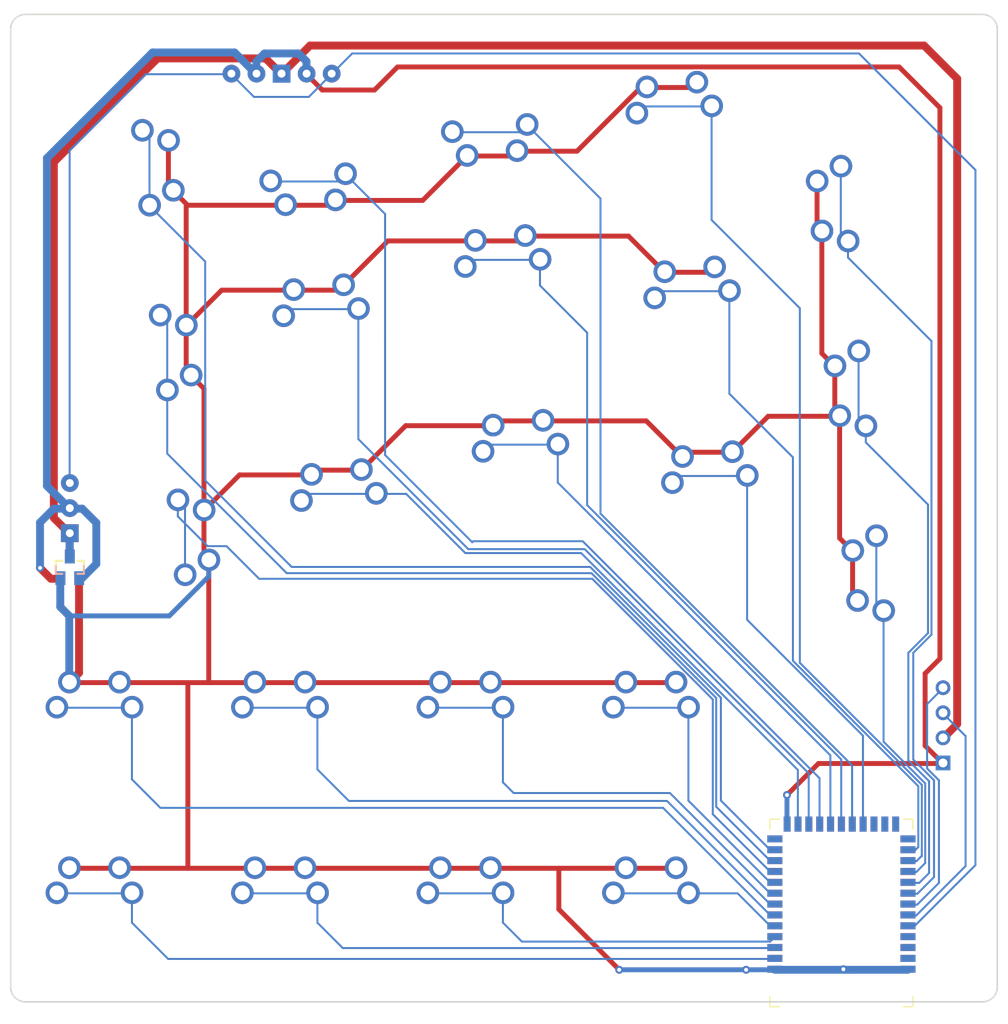
<source format=kicad_pcb>
(kicad_pcb (version 20211014) (generator pcbnew)
  (title_block (title "mitosis-board") (rev "v1.0.0") (company "Unknown"))
  (layers (0 "F.Cu" signal) (31 "B.Cu" signal) (34 "B.Paste" user) (35 "F.Paste" user) (36 "B.SilkS" user "B.Silkscreen") (37 "F.SilkS" user "F.Silkscreen") (38 "B.Mask" user) (39 "F.Mask" user) (44 "Edge.Cuts" user))
  (net 0 "")
  (net 1 "GND")
  (net 2 "t_c1_r1")
  (net 3 "t_c1_r2")
  (net 4 "t_c2_r1")
  (net 5 "t_c2_r2")
  (net 6 "t_c3_r1")
  (net 7 "t_c3_r2")
  (net 8 "t_c4_r1")
  (net 9 "t_c4_r2")
  (net 10 "m_c1_r1")
  (net 11 "m_c1_r2")
  (net 12 "m_c1_r3")
  (net 13 "m_c2_r1")
  (net 14 "m_c2_r2")
  (net 15 "m_c2_r3")
  (net 16 "m_c3_r1")
  (net 17 "m_c3_r2")
  (net 18 "m_c3_r3")
  (net 19 "m_c4_r1")
  (net 20 "m_c4_r2")
  (net 21 "m_c4_r3")
  (net 22 "m_c5_r1")
  (net 23 "m_c5_r2")
  (net 24 "m_c5_r3")
  (net 25 "DMIN")
  (net 26 "DPLUS")
  (net 27 "P005")
  (net 28 "P009")
  (net 29 "P010")
  (net 30 "XTRA")
  (net 31 "P106")
  (net 32 "SWDCLK")
  (net 33 "SWDIO")
  (net 34 "VBUS")
  (net 35 "VCC")
  (net 36 "P110")
  (net 37 "P111")
  (net 38 "P113")
  (net 39 "GND_P")
  (footprint "MountingHole:MountingHole_2.2mm_M2" (layer "F.Cu") (at 97.5 -2.5)
    (fp_text reference "")
    (fp_text value "")
  )
  (footprint "MX" (layer "F.Cu") (at 69.310968 -69.127436 5.5)
    (fp_text reference "S19" hide)
    (fp_text value "" hide)
  )
  (footprint "MX" (layer "F.Cu") (at 64.9 -8.5)
    (fp_text reference "S7" hide)
    (fp_text value "" hide)
  )
  (footprint "MX" (layer "F.Cu") (at 67.509068 -87.840884 5.5)
    (fp_text reference "S20" hide)
    (fp_text value "" hide)
  )
  (footprint "MX" (layer "F.Cu") (at 46.1 -8.5)
    (fp_text reference "S5" hide)
    (fp_text value "" hide)
  )
  (footprint "MX" (layer "F.Cu") (at 87.04679 -81.082377 95.5)
    (fp_text reference "S23" hide)
    (fp_text value "" hide)
  )
  (footprint "MX" (layer "F.Cu") (at 90.65059 -43.65548 95.5)
    (fp_text reference "S21" hide)
    (fp_text value "" hide)
  )
  (footprint "MX" (layer "F.Cu") (at 11.1962 -84.226897 -84.5)
    (fp_text reference "S11" hide)
    (fp_text value "" hide)
  )
  (footprint "MX" (layer "F.Cu") (at 51.920191 -53.589068 5.5)
    (fp_text reference "S15" hide)
    (fp_text value "" hide)
  )
  (footprint "MX" (layer "F.Cu") (at 8.5 -27.3)
    (fp_text reference "S2" hide)
    (fp_text value "" hide)
  )
  (footprint "MX" (layer "F.Cu") (at 33.513448 -48.6019 5.5)
    (fp_text reference "S12" hide)
    (fp_text value "" hide)
  )
  (footprint "MX" (layer "F.Cu") (at 88.84869 -62.368929 95.5)
    (fp_text reference "S22" hide)
    (fp_text value "" hide)
  )
  (footprint "MX" (layer "F.Cu") (at 71.112868 -50.413987 5.5)
    (fp_text reference "S18" hide)
    (fp_text value "" hide)
  )
  (footprint "MX" (layer "F.Cu") (at 27.3 -27.3)
    (fp_text reference "S4" hide)
    (fp_text value "" hide)
  )
  (footprint "MountingHole:MountingHole_2.2mm_M2" (layer "F.Cu") (at 2.5 -38)
    (fp_text reference "")
    (fp_text value "")
  )
  (footprint "SOT23" (layer "F.Cu") (at 6 -44)
    (fp_text reference "")
    (fp_text value "SOT23")
  )
  (footprint "MX" (layer "F.Cu") (at 29.909648 -86.028797 -174.5)
    (fp_text reference "S14" hide)
    (fp_text value "" hide)
  )
  (footprint "MX" (layer "F.Cu") (at 50.118291 -72.302517 5.5)
    (fp_text reference "S16" hide)
    (fp_text value "" hide)
  )
  (footprint "MountingHole:MountingHole_2.2mm_M2" (layer "F.Cu") (at 2.5 -97.5)
    (fp_text reference "")
    (fp_text value "")
  )
  (footprint "MX" (layer "F.Cu") (at 12.9981 -65.513448 -84.5)
    (fp_text reference "S10" hide)
    (fp_text value "" hide)
  )
  (footprint "MountingHole:MountingHole_2.2mm_M2" (layer "F.Cu") (at 97.5 -97.5)
    (fp_text reference "")
    (fp_text value "")
  )
  (footprint "MX" (layer "F.Cu") (at 64.9 -27.3)
    (fp_text reference "S8" hide)
    (fp_text value "" hide)
  )
  (footprint "four_pin_header" (layer "F.Cu") (at 94.5 -28 180)
    (fp_text reference "")
    (fp_text value "")
  )
  (footprint "MX" (layer "F.Cu") (at 8.5 -8.5)
    (fp_text reference "S1" hide)
    (fp_text value "" hide)
  )
  (footprint "MX" (layer "F.Cu") (at 46.1 -27.3)
    (fp_text reference "S6" hide)
    (fp_text value "" hide)
  )
  (footprint "MX" (layer "F.Cu") (at 27.3 -8.5)
    (fp_text reference "S3" hide)
    (fp_text value "" hide)
  )
  (footprint "MX" (layer "F.Cu") (at 14.8 -46.8 -84.5)
    (fp_text reference "S9" hide)
    (fp_text value "" hide)
  )
  (footprint "MX" (layer "F.Cu") (at 31.711548 -67.315349 5.5)
    (fp_text reference "S13" hide)
    (fp_text value "" hide)
  )
  (footprint "MX" (layer "F.Cu") (at 48.31639 -91.015965 -174.5)
    (fp_text reference "S17" hide)
    (fp_text value "" hide)
  )
  (footprint "nRF52840_holyiot_18010" (layer "F.Cu") (at 84.2 -9 180)
    (fp_text reference "")
    (fp_text value "nRF52840_holyiot_18010")
  )
  (footprint "magnetic_connector" (layer "B.Cu") (at 24.92 -94 -90)
    (fp_text reference "")
    (fp_text value "")
  )
  (footprint "nRF52840_holyiot_18010" (layer "B.Cu") (at 84.2 -9)
    (fp_text reference "")
    (fp_text value "nRF52840_holyiot_18010")
  )
  (footprint "magnetic_connector" (layer "B.Cu") (at 30 -94 90)
    (fp_text reference "")
    (fp_text value "")
  )
  (footprint "magnetic_connector" (layer "B.Cu") (at 6 -50 180)
    (fp_text reference "")
    (fp_text value "")
  )
  (footprint "SOT23" (layer "B.Cu") (at 6 -44 180)
    (fp_text reference "")
    (fp_text value "SOT23")
  )
  (gr_line (start 0 -98.5) (end 0 -1.5) (layer "Edge.Cuts") (width 0.15))
  (gr_arc (start 0 -98.5) (mid 0.43934 -99.56066) (end 1.5 -100) (layer "Edge.Cuts") (width 0.15))
  (gr_line (start 100 -1.5) (end 100 -98.5) (layer "Edge.Cuts") (width 0.15))
  (gr_arc (start 1.5 0) (mid 0.43934 -0.43934) (end 0 -1.5) (layer "Edge.Cuts") (width 0.15))
  (gr_arc (start 100 -1.5) (mid 99.56066 -0.43934) (end 98.5 0) (layer "Edge.Cuts") (width 0.15))
  (gr_line (start 98.5 -100) (end 1.5 -100) (layer "Edge.Cuts") (width 0.15))
  (gr_line (start 1.5 0) (end 98.5 0) (layer "Edge.Cuts") (width 0.15))
  (gr_arc (start 98.5 -100) (mid 99.56066 -99.56066) (end 100 -98.5) (layer "Edge.Cuts") (width 0.15))
  (segment (start 64.419513 -58.83255) (end 53.945427 -58.83255) (width 0.5) (layer "F.Cu") (net 1))
  (segment (start 85.334355 -45.640311) (end 85.334355 -41.070595) (width 0.5) (layer "F.Cu") (net 1))
  (segment (start 81.730555 -83.067208) (end 81.730555 -78.497492) (width 0.5) (layer "F.Cu") (net 1))
  (segment (start 43.543826 -13.523421) (end 48.623826 -13.523421) (width 0.5) (layer "F.Cu") (net 1))
  (segment (start 64.477691 -92.597469) (end 69.047407 -92.597469) (width 0.5) (layer "F.Cu") (net 1))
  (segment (start 17.963826 -32.323421) (end 20.163826 -32.323421) (width 0.5) (layer "F.Cu") (net 1))
  (segment (start 19.59699 -62.100456) (end 19.59699 -49.758624) (width 0.5) (layer "F.Cu") (net 1))
  (segment (start 32.42178 -80.672157) (end 32.908677 -81.159054) (width 0.5) (layer "F.Cu") (net 1))
  (segment (start 40.038955 -58.345653) (end 35.538684 -53.845382) (width 0.5) (layer "F.Cu") (net 1))
  (segment (start 18.281987 -63.415459) (end 19.59699 -62.100456) (width 0.5) (layer "F.Cu") (net 1))
  (segment (start 43.543826 -32.323421) (end 48.623826 -32.323421) (width 0.5) (layer "F.Cu") (net 1))
  (segment (start 6.933826 -42.843421) (end 6.933826 -33.313421) (width 0.8) (layer "F.Cu") (net 1))
  (segment (start 55.563826 -13.523421) (end 55.563826 -9.363421) (width 0.5) (layer "F.Cu") (net 1))
  (segment (start 23.196851 -53.358485) (end 19.59699 -49.758624) (width 0.5) (layer "F.Cu") (net 1))
  (segment (start 15.99319 -82.615805) (end 16.480087 -82.128908) (width 0.5) (layer "F.Cu") (net 1))
  (segment (start 48.888814 -58.345653) (end 40.038955 -58.345653) (width 0.5) (layer "F.Cu") (net 1))
  (segment (start 50.828522 -85.659325) (end 51.315419 -86.146222) (width 0.5) (layer "F.Cu") (net 1))
  (segment (start 62.617613 -77.545999) (end 66.279591 -73.884021) (width 0.5) (layer "F.Cu") (net 1))
  (segment (start 84.019352 -59.297147) (end 76.777782 -59.297147) (width 0.5) (layer "F.Cu") (net 1))
  (segment (start 38.237055 -77.059102) (end 47.086914 -77.059102) (width 0.5) (layer "F.Cu") (net 1))
  (segment (start 63.854864 -92.597469) (end 64.477691 -92.597469) (width 0.5) (layer "F.Cu") (net 1))
  (segment (start 28.680171 -72.071934) (end 33.249887 -72.071934) (width 0.5) (layer "F.Cu") (net 1))
  (segment (start 66.279591 -73.884021) (end 70.849307 -73.884021) (width 0.5) (layer "F.Cu") (net 1))
  (segment (start 47.086914 -77.059102) (end 51.65663 -77.059102) (width 0.5) (layer "F.Cu") (net 1))
  (segment (start 51.315419 -86.146222) (end 57.403617 -86.146222) (width 0.5) (layer "F.Cu") (net 1))
  (segment (start 82.217452 -78.010595) (end 82.217452 -65.668763) (width 0.5) (layer "F.Cu") (net 1))
  (segment (start 81.730555 -78.497492) (end 82.217452 -78.010595) (width 0.5) (layer "F.Cu") (net 1))
  (segment (start 76.777782 -59.297147) (end 73.138104 -55.657469) (width 0.5) (layer "F.Cu") (net 1))
  (segment (start 83.532455 -59.784044) (end 84.019352 -59.297147) (width 0.5) (layer "F.Cu") (net 1))
  (segment (start 17.963826 -13.563421) (end 18.003826 -13.523421) (width 0.5) (layer "F.Cu") (net 1))
  (segment (start 32.908677 -81.159054) (end 41.758535 -81.159054) (width 0.5) (layer "F.Cu") (net 1))
  (segment (start 73.138104 -55.657469) (end 68.568388 -55.657469) (width 0.5) (layer "F.Cu") (net 1))
  (segment (start 55.563826 -13.523421) (end 62.343826 -13.523421) (width 0.5) (layer "F.Cu") (net 1))
  (segment (start 18.003826 -13.523421) (end 24.743826 -13.523421) (width 0.5) (layer "F.Cu") (net 1))
  (segment (start 84.019352 -59.297147) (end 84.019352 -46.955314) (width 0.5) (layer "F.Cu") (net 1))
  (segment (start 85.334355 -41.070595) (end 85.821252 -40.583698) (width 0.5) (layer "F.Cu") (net 1))
  (segment (start 41.758535 -81.159054) (end 46.258806 -85.659325) (width 0.5) (layer "F.Cu") (net 1))
  (segment (start 20.083887 -44.702011) (end 20.083887 -32.40336) (width 0.5) (layer "F.Cu") (net 1))
  (segment (start 21.394952 -72.071934) (end 28.680171 -72.071934) (width 0.5) (layer "F.Cu") (net 1))
  (segment (start 19.59699 -45.188908) (end 20.083887 -44.702011) (width 0.5) (layer "F.Cu") (net 1))
  (segment (start 24.743826 -13.523421) (end 29.823826 -13.523421) (width 0.5) (layer "F.Cu") (net 1))
  (segment (start 5.943826 -32.323421) (end 11.023826 -32.323421) (width 0.5) (layer "F.Cu") (net 1))
  (segment (start 5.943826 -13.523421) (end 11.023826 -13.523421) (width 0.5) (layer "F.Cu") (net 1))
  (segment (start 17.963826 -32.323421) (end 17.963826 -13.563421) (width 0.5) (layer "F.Cu") (net 1))
  (segment (start 69.047407 -92.597469) (end 69.534304 -93.084366) (width 0.5) (layer "F.Cu") (net 1))
  (segment (start 51.65663 -77.059102) (end 52.143527 -77.545999) (width 0.5) (layer "F.Cu") (net 1))
  (segment (start 17.79509 -63.902356) (end 18.281987 -63.415459) (width 0.5) (layer "F.Cu") (net 1))
  (segment (start 6.933826 -33.313421) (end 5.943826 -32.323421) (width 0.8) (layer "F.Cu") (net 1))
  (segment (start 77.45 -3.3) (end 84.4 -3.3) (width 0.6) (layer "F.Cu") (net 1))
  (segment (start 35.538684 -53.845382) (end 30.968968 -53.845382) (width 0.5) (layer "F.Cu") (net 1))
  (segment (start 24.743826 -32.323421) (end 29.823826 -32.323421) (width 0.5) (layer "F.Cu") (net 1))
  (segment (start 33.249887 -72.071934) (end 33.736784 -72.558831) (width 0.5) (layer "F.Cu") (net 1))
  (segment (start 84.019352 -46.955314) (end 85.334355 -45.640311) (width 0.5) (layer "F.Cu") (net 1))
  (segment (start 20.163826 -32.323421) (end 24.743826 -32.323421) (width 0.5) (layer "F.Cu") (net 1))
  (segment (start 17.79509 -80.813905) (end 17.936838 -80.672157) (width 0.5) (layer "F.Cu") (net 1))
  (segment (start 29.823826 -13.523421) (end 43.543826 -13.523421) (width 0.5) (layer "F.Cu") (net 1))
  (segment (start 29.823826 -32.323421) (end 43.543826 -32.323421) (width 0.5) (layer "F.Cu") (net 1))
  (segment (start 11.023826 -13.523421) (end 18.003826 -13.523421) (width 0.5) (layer "F.Cu") (net 1))
  (segment (start 49.375711 -58.83255) (end 48.888814 -58.345653) (width 0.5) (layer "F.Cu") (net 1))
  (segment (start 48.623826 -32.323421) (end 62.343826 -32.323421) (width 0.5) (layer "F.Cu") (net 1))
  (segment (start 55.563826 -9.363421) (end 61.683826 -3.243421) (width 0.5) (layer "F.Cu") (net 1))
  (segment (start 16.480087 -82.128908) (end 17.79509 -80.813905) (width 0.5) (layer "F.Cu") (net 1))
  (segment (start 15.99319 -87.185521) (end 15.99319 -82.615805) (width 0.5) (layer "F.Cu") (net 1))
  (segment (start 82.217452 -65.668763) (end 83.532455 -64.35376) (width 0.5) (layer "F.Cu") (net 1))
  (segment (start 19.59699 -49.758624) (end 19.59699 -45.188908) (width 0.5) (layer "F.Cu") (net 1))
  (segment (start 70.849307 -73.884021) (end 71.336204 -74.370918) (width 0.5) (layer "F.Cu") (net 1))
  (segment (start 62.343826 -32.323421) (end 67.423826 -32.323421) (width 0.5) (layer "F.Cu") (net 1))
  (segment (start 46.258806 -85.659325) (end 50.828522 -85.659325) (width 0.5) (layer "F.Cu") (net 1))
  (segment (start 11.023826 -32.323421) (end 17.963826 -32.323421) (width 0.5) (layer "F.Cu") (net 1))
  (segment (start 68.568388 -55.657469) (end 68.081491 -55.170572) (width 0.5) (layer "F.Cu") (net 1))
  (segment (start 27.852064 -80.672157) (end 32.42178 -80.672157) (width 0.5) (layer "F.Cu") (net 1))
  (segment (start 17.79509 -68.472072) (end 21.394952 -72.071934) (width 0.5) (layer "F.Cu") (net 1))
  (segment (start 57.403617 -86.146222) (end 63.854864 -92.597469) (width 0.5) (layer "F.Cu") (net 1))
  (segment (start 48.623826 -13.523421) (end 55.563826 -13.523421) (width 0.5) (layer "F.Cu") (net 1))
  (segment (start 52.143527 -77.545999) (end 62.617613 -77.545999) (width 0.5) (layer "F.Cu") (net 1))
  (segment (start 20.083887 -32.40336) (end 20.163826 -32.323421) (width 0.5) (layer "F.Cu") (net 1))
  (segment (start 90.95 -3.3) (end 84.4 -3.3) (width 0.6) (layer "F.Cu") (net 1))
  (segment (start 17.79509 -80.813905) (end 17.79509 -68.472072) (width 0.5) (layer "F.Cu") (net 1))
  (segment (start 17.936838 -80.672157) (end 27.852064 -80.672157) (width 0.5) (layer "F.Cu") (net 1))
  (segment (start 62.343826 -13.523421) (end 67.423826 -13.523421) (width 0.5) (layer "F.Cu") (net 1))
  (segment (start 30.968968 -53.845382) (end 30.482071 -53.358485) (width 0.5) (layer "F.Cu") (net 1))
  (segment (start 33.736784 -72.558831) (end 38.237055 -77.059102) (width 0.5) (layer "F.Cu") (net 1))
  (segment (start 17.79509 -68.472072) (end 17.79509 -63.902356) (width 0.5) (layer "F.Cu") (net 1))
  (segment (start 83.532455 -64.35376) (end 83.532455 -59.784044) (width 0.5) (layer "F.Cu") (net 1))
  (segment (start 53.945427 -58.83255) (end 49.375711 -58.83255) (width 0.5) (layer "F.Cu") (net 1))
  (segment (start 68.081491 -55.170572) (end 64.419513 -58.83255) (width 0.5) (layer "F.Cu") (net 1))
  (segment (start 30.482071 -53.358485) (end 23.196851 -53.358485) (width 0.5) (layer "F.Cu") (net 1))
  (via (at 84.4 -3.3) (size 0.8) (drill 0.4) (layers "F.Cu" "B.Cu") (net 1))
  (via (at 61.683826 -3.243421) (size 0.8) (drill 0.4) (layers "F.Cu" "B.Cu") (net 1))
  (via (at 74.543421 -3.243421) (size 0.8) (drill 0.4) (layers "F.Cu" "B.Cu") (net 1))
  (segment (start 61.683826 -3.243421) (end 77.433826 -3.243421) (width 0.5) (layer "B.Cu") (net 1))
  (segment (start 20.083887 -43.085565) (end 16.081743 -39.083421) (width 0.5) (layer "B.Cu") (net 1))
  (segment (start 90.933826 -3.243421) (end 84.583826 -3.243421) (width 0.8) (layer "B.Cu") (net 1))
  (segment (start 16.081743 -39.083421) (end 5.943826 -39.083421) (width 0.5) (layer "B.Cu") (net 1))
  (segment (start 20.083887 -44.702011) (end 20.083887 -43.085565) (width 0.5) (layer "B.Cu") (net 1))
  (segment (start 5.033826 -42.843421) (end 5.033826 -39.993421) (width 0.8) (layer "B.Cu") (net 1))
  (segment (start 5.943826 -39.083421) (end 5.943826 -32.323421) (width 0.8) (layer "B.Cu") (net 1))
  (segment (start 84.583826 -3.243421) (end 84.943421 -3.243421) (width 0.8) (layer "B.Cu") (net 1))
  (segment (start 84.583826 -3.243421) (end 77.433826 -3.243421) (width 0.8) (layer "B.Cu") (net 1))
  (segment (start 5.033826 -39.993421) (end 5.943826 -39.083421) (width 0.8) (layer "B.Cu") (net 1))
  (segment (start 12.293826 -8.015768) (end 12.293826 -10.983421) (width 0.2) (layer "B.Cu") (net 2))
  (segment (start 77.433826 -4.343421) (end 15.966173 -4.343421) (width 0.2) (layer "B.Cu") (net 2))
  (segment (start 12.293826 -10.983421) (end 4.673826 -10.983421) (width 0.2) (layer "B.Cu") (net 2))
  (segment (start 15.966173 -4.343421) (end 12.293826 -8.015768) (width 0.2) (layer "B.Cu") (net 2))
  (segment (start 77.021826 -8.743421) (end 66.121826 -19.643421) (width 0.2) (layer "B.Cu") (net 3))
  (segment (start 12.293826 -29.783421) (end 4.673826 -29.783421) (width 0.2) (layer "B.Cu") (net 3))
  (segment (start 12.293826 -22.533421) (end 12.293826 -29.783421) (width 0.2) (layer "B.Cu") (net 3))
  (segment (start 66.121826 -19.643421) (end 15.183826 -19.643421) (width 0.2) (layer "B.Cu") (net 3))
  (segment (start 77.433826 -8.743421) (end 77.021826 -8.743421) (width 0.2) (layer "B.Cu") (net 3))
  (segment (start 15.183826 -19.643421) (end 12.293826 -22.533421) (width 0.2) (layer "B.Cu") (net 3))
  (segment (start 77.433826 -5.443421) (end 33.666173 -5.443421) (width 0.2) (layer "B.Cu") (net 4))
  (segment (start 33.666173 -5.443421) (end 31.093826 -8.015768) (width 0.2) (layer "B.Cu") (net 4))
  (segment (start 23.473826 -10.983421) (end 31.093826 -10.983421) (width 0.2) (layer "B.Cu") (net 4))
  (segment (start 31.093826 -8.015768) (end 31.093826 -10.983421) (width 0.2) (layer "B.Cu") (net 4))
  (segment (start 31.093826 -29.783421) (end 23.473826 -29.783421) (width 0.2) (layer "B.Cu") (net 5))
  (segment (start 34.283826 -20.343421) (end 31.093826 -23.533421) (width 0.2) (layer "B.Cu") (net 5))
  (segment (start 77.433826 -9.843421) (end 77.021826 -9.843421) (width 0.2) (layer "B.Cu") (net 5))
  (segment (start 31.093826 -23.533421) (end 31.093826 -29.783421) (width 0.2) (layer "B.Cu") (net 5))
  (segment (start 77.021826 -9.843421) (end 66.521826 -20.343421) (width 0.2) (layer "B.Cu") (net 5))
  (segment (start 66.521826 -20.343421) (end 34.283826 -20.343421) (width 0.2) (layer "B.Cu") (net 5))
  (segment (start 77.433826 -6.543421) (end 76.990405 -6.1) (width 0.2) (layer "B.Cu") (net 6))
  (segment (start 51.809594 -6.1) (end 49.893826 -8.015768) (width 0.2) (layer "B.Cu") (net 6))
  (segment (start 76.990405 -6.1) (end 51.809594 -6.1) (width 0.2) (layer "B.Cu") (net 6))
  (segment (start 49.893826 -8.015768) (end 49.893826 -10.983421) (width 0.2) (layer "B.Cu") (net 6))
  (segment (start 42.273826 -10.983421) (end 49.893826 -10.983421) (width 0.2) (layer "B.Cu") (net 6))
  (segment (start 77.433826 -10.943421) (end 77.021826 -10.943421) (width 0.2) (layer "B.Cu") (net 7))
  (segment (start 66.821826 -21.143421) (end 50.983826 -21.143421) (width 0.2) (layer "B.Cu") (net 7))
  (segment (start 77.021826 -10.943421) (end 66.821826 -21.143421) (width 0.2) (layer "B.Cu") (net 7))
  (segment (start 49.893826 -29.783421) (end 42.273826 -29.783421) (width 0.2) (layer "B.Cu") (net 7))
  (segment (start 50.983826 -21.143421) (end 49.893826 -22.233421) (width 0.2) (layer "B.Cu") (net 7))
  (segment (start 49.893826 -22.233421) (end 49.893826 -29.783421) (width 0.2) (layer "B.Cu") (net 7))
  (segment (start 73.681826 -10.983421) (end 68.693826 -10.983421) (width 0.2) (layer "B.Cu") (net 8))
  (segment (start 77.433826 -7.643421) (end 77.021826 -7.643421) (width 0.2) (layer "B.Cu") (net 8))
  (segment (start 77.021826 -7.643421) (end 73.681826 -10.983421) (width 0.2) (layer "B.Cu") (net 8))
  (segment (start 61.073826 -10.983421) (end 68.693826 -10.983421) (width 0.2) (layer "B.Cu") (net 8))
  (segment (start 77.433826 -12.043421) (end 77.021826 -12.043421) (width 0.2) (layer "B.Cu") (net 9))
  (segment (start 68.693826 -20.371421) (end 68.693826 -29.783421) (width 0.2) (layer "B.Cu") (net 9))
  (segment (start 68.693826 -29.783421) (end 61.073826 -29.783421) (width 0.2) (layer "B.Cu") (net 9))
  (segment (start 77.021826 -12.043421) (end 68.693826 -20.371421) (width 0.2) (layer "B.Cu") (net 9))
  (segment (start 19.965321 -46.144522) (end 16.94696 -49.162883) (width 0.2) (layer "B.Cu") (net 10))
  (segment (start 71.164247 -19.001) (end 71.164247 -30.62302) (width 0.2) (layer "B.Cu") (net 10))
  (segment (start 77.433826 -13.143421) (end 77.021826 -13.143421) (width 0.2) (layer "B.Cu") (net 10))
  (segment (start 21.882725 -46.144522) (end 19.965321 -46.144522) (width 0.2) (layer "B.Cu") (net 10))
  (segment (start 58.943846 -42.843421) (end 25.183826 -42.843421) (width 0.2) (layer "B.Cu") (net 10))
  (segment (start 25.183826 -42.843421) (end 21.882725 -46.144522) (width 0.2) (layer "B.Cu") (net 10))
  (segment (start 77.021826 -13.143421) (end 71.164247 -19.001) (width 0.2) (layer "B.Cu") (net 10))
  (segment (start 17.677305 -50.048984) (end 17.677305 -43.19441) (width 0.2) (layer "B.Cu") (net 10))
  (segment (start 16.94696 -50.779329) (end 17.677305 -50.048984) (width 0.2) (layer "B.Cu") (net 10))
  (segment (start 71.164247 -30.62302) (end 58.943846 -42.843421) (width 0.2) (layer "B.Cu") (net 10))
  (segment (start 16.94696 -49.162883) (end 16.94696 -50.779329) (width 0.2) (layer "B.Cu") (net 10))
  (segment (start 15.14506 -69.492777) (end 15.875405 -68.762432) (width 0.2) (layer "B.Cu") (net 11))
  (segment (start 71.513758 -30.767793) (end 58.869743 -43.411808) (width 0.2) (layer "B.Cu") (net 11))
  (segment (start 77.021826 -14.243421) (end 71.513758 -19.751489) (width 0.2) (layer "B.Cu") (net 11))
  (segment (start 71.513758 -19.751489) (end 71.513758 -30.767793) (width 0.2) (layer "B.Cu") (net 11))
  (segment (start 15.875405 -68.762432) (end 15.875405 -61.907858) (width 0.2) (layer "B.Cu") (net 11))
  (segment (start 77.433826 -14.243421) (end 77.021826 -14.243421) (width 0.2) (layer "B.Cu") (net 11))
  (segment (start 15.875405 -55.520229) (end 15.875405 -61.907858) (width 0.2) (layer "B.Cu") (net 11))
  (segment (start 58.869743 -43.411808) (end 27.983826 -43.411808) (width 0.2) (layer "B.Cu") (net 11))
  (segment (start 27.983826 -43.411808) (end 15.875405 -55.520229) (width 0.2) (layer "B.Cu") (net 11))
  (segment (start 77.433826 -15.343421) (end 77.021826 -15.343421) (width 0.2) (layer "B.Cu") (net 12))
  (segment (start 19.724498 -74.970314) (end 14.073505 -80.621307) (width 0.2) (layer "B.Cu") (net 12))
  (segment (start 71.983826 -30.792009) (end 58.732414 -44.043421) (width 0.2) (layer "B.Cu") (net 12))
  (segment (start 28.483826 -44.043421) (end 19.724498 -52.802749) (width 0.2) (layer "B.Cu") (net 12))
  (segment (start 13.34316 -88.206226) (end 14.073505 -87.475881) (width 0.2) (layer "B.Cu") (net 12))
  (segment (start 58.732414 -44.043421) (end 28.483826 -44.043421) (width 0.2) (layer "B.Cu") (net 12))
  (segment (start 14.073505 -87.475881) (end 14.073505 -80.621307) (width 0.2) (layer "B.Cu") (net 12))
  (segment (start 19.724498 -52.802749) (end 19.724498 -74.970314) (width 0.2) (layer "B.Cu") (net 12))
  (segment (start 77.021826 -15.343421) (end 71.983826 -20.381421) (width 0.2) (layer "B.Cu") (net 12))
  (segment (start 71.983826 -20.381421) (end 71.983826 -30.792009) (width 0.2) (layer "B.Cu") (net 12))
  (segment (start 79.783826 -17.943421) (end 79.783826 -23.486294) (width 0.2) (layer "B.Cu") (net 13))
  (segment (start 30.191711 -51.4388) (end 37.046285 -51.4388) (width 0.2) (layer "B.Cu") (net 13))
  (segment (start 46.083826 -45.443421) (end 40.083826 -51.443421) (width 0.2) (layer "B.Cu") (net 13))
  (segment (start 29.461366 -50.708455) (end 30.191711 -51.4388) (width 0.2) (layer "B.Cu") (net 13))
  (segment (start 57.826699 -45.443421) (end 46.083826 -45.443421) (width 0.2) (layer "B.Cu") (net 13))
  (segment (start 40.083826 -51.443421) (end 40.079205 -51.4388) (width 0.2) (layer "B.Cu") (net 13))
  (segment (start 79.783826 -23.486294) (end 57.826699 -45.443421) (width 0.2) (layer "B.Cu") (net 13))
  (segment (start 40.079205 -51.4388) (end 37.046285 -51.4388) (width 0.2) (layer "B.Cu") (net 13))
  (segment (start 58.183826 -45.843421) (end 46.383826 -45.843421) (width 0.2) (layer "B.Cu") (net 14))
  (segment (start 80.883826 -23.143421) (end 58.183826 -45.843421) (width 0.2) (layer "B.Cu") (net 14))
  (segment (start 27.659466 -69.421904) (end 28.389811 -70.152249) (width 0.2) (layer "B.Cu") (net 14))
  (segment (start 80.883826 -17.943421) (end 80.883826 -23.143421) (width 0.2) (layer "B.Cu") (net 14))
  (segment (start 46.383826 -45.843421) (end 35.244385 -56.982862) (width 0.2) (layer "B.Cu") (net 14))
  (segment (start 35.244385 -56.982862) (end 35.244385 -70.152249) (width 0.2) (layer "B.Cu") (net 14))
  (segment (start 28.389811 -70.152249) (end 35.244385 -70.152249) (width 0.2) (layer "B.Cu") (net 14))
  (segment (start 33.199037 -83.078739) (end 33.929382 -83.809084) (width 0.2) (layer "B.Cu") (net 15))
  (segment (start 81.983826 -22.643421) (end 57.983826 -46.643421) (width 0.2) (layer "B.Cu") (net 15))
  (segment (start 46.883826 -46.643421) (end 46.783826 -46.543421) (width 0.2) (layer "B.Cu") (net 15))
  (segment (start 26.344463 -83.078739) (end 33.199037 -83.078739) (width 0.2) (layer "B.Cu") (net 15))
  (segment (start 37.952408 -55.374839) (end 37.952408 -79.786058) (width 0.2) (layer "B.Cu") (net 15))
  (segment (start 37.952408 -79.786058) (end 33.929382 -83.809084) (width 0.2) (layer "B.Cu") (net 15))
  (segment (start 46.783826 -46.543421) (end 37.952408 -55.374839) (width 0.2) (layer "B.Cu") (net 15))
  (segment (start 57.983826 -46.643421) (end 46.883826 -46.643421) (width 0.2) (layer "B.Cu") (net 15))
  (segment (start 81.983826 -17.943421) (end 81.983826 -22.643421) (width 0.2) (layer "B.Cu") (net 15))
  (segment (start 83.083826 -24.954853) (end 55.453028 -52.585651) (width 0.2) (layer "B.Cu") (net 16))
  (segment (start 47.868109 -55.695623) (end 48.598454 -56.425968) (width 0.2) (layer "B.Cu") (net 16))
  (segment (start 48.598454 -56.425968) (end 55.453028 -56.425968) (width 0.2) (layer "B.Cu") (net 16))
  (segment (start 83.083826 -17.943421) (end 83.083826 -24.954853) (width 0.2) (layer "B.Cu") (net 16))
  (segment (start 55.453028 -52.585651) (end 55.453028 -56.425968) (width 0.2) (layer "B.Cu") (net 16))
  (segment (start 53.651128 -72.542783) (end 53.651128 -75.139417) (width 0.2) (layer "B.Cu") (net 17))
  (segment (start 84.183826 -17.943421) (end 84.183826 -24.549137) (width 0.2) (layer "B.Cu") (net 17))
  (segment (start 58.434315 -50.298648) (end 58.434315 -67.759596) (width 0.2) (layer "B.Cu") (net 17))
  (segment (start 58.434315 -67.759596) (end 53.651128 -72.542783) (width 0.2) (layer "B.Cu") (net 17))
  (segment (start 46.796554 -75.139417) (end 53.651128 -75.139417) (width 0.2) (layer "B.Cu") (net 17))
  (segment (start 84.183826 -24.549137) (end 58.434315 -50.298648) (width 0.2) (layer "B.Cu") (net 17))
  (segment (start 46.066209 -74.409072) (end 46.796554 -75.139417) (width 0.2) (layer "B.Cu") (net 17))
  (segment (start 85.283826 -17.943421) (end 85.283826 -23.943421) (width 0.2) (layer "B.Cu") (net 18))
  (segment (start 59.783826 -49.443421) (end 59.783826 -81.34855) (width 0.2) (layer "B.Cu") (net 18))
  (segment (start 44.751205 -88.065907) (end 51.605779 -88.065907) (width 0.2) (layer "B.Cu") (net 18))
  (segment (start 51.605779 -88.065907) (end 52.336124 -88.796252) (width 0.2) (layer "B.Cu") (net 18))
  (segment (start 59.783826 -81.34855) (end 52.336124 -88.796252) (width 0.2) (layer "B.Cu") (net 18))
  (segment (start 85.283826 -23.943421) (end 59.783826 -49.443421) (width 0.2) (layer "B.Cu") (net 18))
  (segment (start 86.383826 -26.949137) (end 74.645705 -38.687258) (width 0.2) (layer "B.Cu") (net 19))
  (segment (start 86.383826 -17.943421) (end 86.383826 -26.949137) (width 0.2) (layer "B.Cu") (net 19))
  (segment (start 74.645705 -38.687258) (end 74.645705 -53.250887) (width 0.2) (layer "B.Cu") (net 19))
  (segment (start 67.060786 -52.520542) (end 67.791131 -53.250887) (width 0.2) (layer "B.Cu") (net 19))
  (segment (start 67.791131 -53.250887) (end 74.645705 -53.250887) (width 0.2) (layer "B.Cu") (net 19))
  (segment (start 91.995337 -21.83191) (end 79.283826 -34.543421) (width 0.2) (layer "B.Cu") (net 20))
  (segment (start 79.283826 -34.543421) (end 79.283826 -55.143421) (width 0.2) (layer "B.Cu") (net 20))
  (segment (start 65.989231 -71.964336) (end 72.843805 -71.964336) (width 0.2) (layer "B.Cu") (net 20))
  (segment (start 91.995337 -15.674421) (end 91.995337 -21.83191) (width 0.2) (layer "B.Cu") (net 20))
  (segment (start 72.843805 -61.583442) (end 72.843805 -71.964336) (width 0.2) (layer "B.Cu") (net 20))
  (segment (start 65.258886 -71.233991) (end 65.989231 -71.964336) (width 0.2) (layer "B.Cu") (net 20))
  (segment (start 90.933826 -15.343421) (end 91.664337 -15.343421) (width 0.2) (layer "B.Cu") (net 20))
  (segment (start 79.283826 -55.143421) (end 72.843805 -61.583442) (width 0.2) (layer "B.Cu") (net 20))
  (segment (start 91.664337 -15.343421) (end 91.995337 -15.674421) (width 0.2) (layer "B.Cu") (net 20))
  (segment (start 63.456986 -89.947439) (end 64.187331 -90.677784) (width 0.2) (layer "B.Cu") (net 21))
  (segment (start 64.187331 -90.677784) (end 71.041905 -90.677784) (width 0.2) (layer "B.Cu") (net 21))
  (segment (start 90.933826 -14.243421) (end 91.808826 -14.243421) (width 0.2) (layer "B.Cu") (net 21))
  (segment (start 91.808826 -14.243421) (end 92.309315 -14.74391) (width 0.2) (layer "B.Cu") (net 21))
  (segment (start 92.344856 -14.74391) (end 92.344856 -21.976686) (width 0.2) (layer "B.Cu") (net 21))
  (segment (start 79.983826 -34.337716) (end 79.983826 -70.243421) (width 0.2) (layer "B.Cu") (net 21))
  (segment (start 71.041905 -79.185342) (end 71.041905 -90.677784) (width 0.2) (layer "B.Cu") (net 21))
  (segment (start 92.344856 -21.976686) (end 79.983826 -34.337716) (width 0.2) (layer "B.Cu") (net 21))
  (segment (start 79.983826 -70.243421) (end 71.041905 -79.185342) (width 0.2) (layer "B.Cu") (net 21))
  (segment (start 92.309315 -14.74391) (end 92.344856 -14.74391) (width 0.2) (layer "B.Cu") (net 21))
  (segment (start 91.783826 -13.143421) (end 92.694376 -14.053971) (width 0.2) (layer "B.Cu") (net 22))
  (segment (start 87.740937 -47.147912) (end 87.740937 -40.293338) (width 0.2) (layer "B.Cu") (net 22))
  (segment (start 88.471282 -26.344556) (end 88.471282 -39.562993) (width 0.2) (layer "B.Cu") (net 22))
  (segment (start 87.740937 -40.293338) (end 88.471282 -39.562993) (width 0.2) (layer "B.Cu") (net 22))
  (segment (start 90.933826 -13.143421) (end 91.783826 -13.143421) (width 0.2) (layer "B.Cu") (net 22))
  (segment (start 92.694376 -22.121462) (end 88.471282 -26.344556) (width 0.2) (layer "B.Cu") (net 22))
  (segment (start 92.694376 -14.053971) (end 92.694376 -22.121462) (width 0.2) (layer "B.Cu") (net 22))
  (segment (start 93.083826 -13.043421) (end 93.083826 -22.343421) (width 0.2) (layer "B.Cu") (net 23))
  (segment (start 85.939037 -59.006787) (end 86.669382 -58.276442) (width 0.2) (layer "B.Cu") (net 23))
  (segment (start 92.977837 -50.351541) (end 86.669382 -56.659996) (width 0.2) (layer "B.Cu") (net 23))
  (segment (start 85.939037 -65.861361) (end 85.939037 -59.006787) (width 0.2) (layer "B.Cu") (net 23))
  (segment (start 86.669382 -56.659996) (end 86.669382 -58.276442) (width 0.2) (layer "B.Cu") (net 23))
  (segment (start 92.083826 -12.043421) (end 93.083826 -13.043421) (width 0.2) (layer "B.Cu") (net 23))
  (segment (start 93.083826 -22.343421) (end 90.983826 -24.443421) (width 0.2) (layer "B.Cu") (net 23))
  (segment (start 90.983826 -24.443421) (end 90.983826 -35.343421) (width 0.2) (layer "B.Cu") (net 23))
  (segment (start 90.933826 -12.043421) (end 92.083826 -12.043421) (width 0.2) (layer "B.Cu") (net 23))
  (segment (start 92.977837 -37.337432) (end 92.977837 -50.351541) (width 0.2) (layer "B.Cu") (net 23))
  (segment (start 90.983826 -35.343421) (end 92.977837 -37.337432) (width 0.2) (layer "B.Cu") (net 23))
  (segment (start 91.483826 -24.540115) (end 91.483826 -35.343421) (width 0.2) (layer "B.Cu") (net 24))
  (segment (start 90.933826 -10.943421) (end 91.895826 -10.943421) (width 0.2) (layer "B.Cu") (net 24))
  (segment (start 93.327348 -37.186943) (end 93.327348 -66.913578) (width 0.2) (layer "B.Cu") (net 24))
  (segment (start 91.895826 -10.943421) (end 93.583826 -12.631421) (width 0.2) (layer "B.Cu") (net 24))
  (segment (start 93.583826 -12.631421) (end 93.583826 -22.440115) (width 0.2) (layer "B.Cu") (net 24))
  (segment (start 93.327348 -66.913578) (end 84.867482 -75.373444) (width 0.2) (layer "B.Cu") (net 24))
  (segment (start 84.867482 -75.373444) (end 84.867482 -76.98989) (width 0.2) (layer "B.Cu") (net 24))
  (segment (start 84.137137 -77.720235) (end 84.867482 -76.98989) (width 0.2) (layer "B.Cu") (net 24))
  (segment (start 84.137137 -84.574809) (end 84.137137 -77.720235) (width 0.2) (layer "B.Cu") (net 24))
  (segment (start 91.483826 -35.343421) (end 93.327348 -37.186943) (width 0.2) (layer "B.Cu") (net 24))
  (segment (start 93.583826 -22.440115) (end 91.483826 -24.540115) (width 0.2) (layer "B.Cu") (net 24))
  (segment (start 97.783826 -84.243421) (end 85.983826 -96.043421) (width 0.2) (layer "B.Cu") (net 30))
  (segment (start 90.933826 -7.643421) (end 91.583826 -7.643421) (width 0.2) (layer "B.Cu") (net 30))
  (segment (start 85.983826 -96.043421) (end 34.623826 -96.043421) (width 0.2) (layer "B.Cu") (net 30))
  (segment (start 24.663826 -91.643421) (end 30.223826 -91.643421) (width 0.2) (layer "B.Cu") (net 30))
  (segment (start 5.983826 -52.483421) (end 5.983826 -86.21528) (width 0.2) (layer "B.Cu") (net 30))
  (segment (start 22.363826 -93.943421) (end 24.663826 -91.643421) (width 0.2) (layer "B.Cu") (net 30))
  (segment (start 97.783826 -13.843421) (end 97.783826 -84.243421) (width 0.2) (layer "B.Cu") (net 30))
  (segment (start 13.711967 -93.943421) (end 22.363826 -93.943421) (width 0.2) (layer "B.Cu") (net 30))
  (segment (start 30.223826 -91.643421) (end 32.523826 -93.943421) (width 0.2) (layer "B.Cu") (net 30))
  (segment (start 34.623826 -96.043421) (end 32.523826 -93.943421) (width 0.2) (layer "B.Cu") (net 30))
  (segment (start 91.583826 -7.643421) (end 97.783826 -13.843421) (width 0.2) (layer "B.Cu") (net 30))
  (segment (start 5.983826 -86.21528) (end 13.711967 -93.943421) (width 0.2) (layer "B.Cu") (net 30))
  (segment (start 94.483826 -31.753421) (end 92.883826 -30.153421) (width 0.2) (layer "B.Cu") (net 32))
  (segment (start 92.883826 -23.634399) (end 94.083826 -22.434399) (width 0.2) (layer "B.Cu") (net 32))
  (segment (start 91.883826 -9.843421) (end 90.933826 -9.843421) (width 0.2) (layer "B.Cu") (net 32))
  (segment (start 94.083826 -22.434399) (end 94.083826 -12.043421) (width 0.2) (layer "B.Cu") (net 32))
  (segment (start 92.883826 -30.153421) (end 92.883826 -23.634399) (width 0.2) (layer "B.Cu") (net 32))
  (segment (start 94.083826 -12.043421) (end 91.883826 -9.843421) (width 0.2) (layer "B.Cu") (net 32))
  (segment (start 94.483826 -29.213421) (end 96.783826 -26.913421) (width 0.2) (layer "B.Cu") (net 33))
  (segment (start 96.783826 -26.913421) (end 96.783826 -13.743421) (width 0.2) (layer "B.Cu") (net 33))
  (segment (start 96.783826 -13.743421) (end 91.783826 -8.743421) (width 0.2) (layer "B.Cu") (net 33))
  (segment (start 91.783826 -8.743421) (end 90.933826 -8.743421) (width 0.2) (layer "B.Cu") (net 33))
  (segment (start 94.183826 -34.743421) (end 94.183826 -90.543421) (width 0.5) (layer "F.Cu") (net 35))
  (segment (start 36.883826 -92.343421) (end 31.583826 -92.343421) (width 0.5) (layer "F.Cu") (net 35))
  (segment (start 39.217282 -94.676877) (end 36.883826 -92.343421) (width 0.5) (layer "F.Cu") (net 35))
  (segment (start 4.083826 -42.843421) (end 2.983826 -43.943421) (width 0.8) (layer "F.Cu") (net 35))
  (segment (start 5.033826 -42.843421) (end 4.083826 -42.843421) (width 0.8) (layer "F.Cu") (net 35))
  (segment (start 94.183826 -90.543421) (end 90.05037 -94.676877) (width 0.5) (layer "F.Cu") (net 35))
  (segment (start 78.683826 -20.943421) (end 81.873826 -24.133421) (width 0.5) (layer "F.Cu") (net 35))
  (segment (start 92.683826 -25.933421) (end 92.683826 -33.243421) (width 0.5) (layer "F.Cu") (net 35))
  (segment (start 92.683826 -33.243421) (end 94.183826 -34.743421) (width 0.5) (layer "F.Cu") (net 35))
  (segment (start 81.873826 -24.133421) (end 94.483826 -24.133421) (width 0.5) (layer "F.Cu") (net 35))
  (segment (start 90.05037 -94.676877) (end 39.217282 -94.676877) (width 0.5) (layer "F.Cu") (net 35))
  (segment (start 31.583826 -92.343421) (end 29.983826 -93.943421) (width 0.5) (layer "F.Cu") (net 35))
  (segment (start 94.483826 -24.133421) (end 92.683826 -25.933421) (width 0.5) (layer "F.Cu") (net 35))
  (via (at 78.683826 -20.943421) (size 0.8) (drill 0.4) (layers "F.Cu" "B.Cu") (net 35))
  (via (at 2.983826 -43.943421) (size 0.8) (drill 0.4) (layers "F.Cu" "B.Cu") (net 35))
  (segment (start 25.731034 -96.043421) (end 24.903826 -95.216213) (width 0.8) (layer "B.Cu") (net 35))
  (segment (start 14.383826 -96.143421) (end 3.683826 -85.443421) (width 0.8) (layer "B.Cu") (net 35))
  (segment (start 29.983826 -93.943421) (end 29.983826 -95.243421) (width 0.8) (layer "B.Cu") (net 35))
  (segment (start 24.903826 -93.943421) (end 22.703826 -96.143421) (width 0.8) (layer "B.Cu") (net 35))
  (segment (start 78.683826 -17.943421) (end 78.683826 -20.943421) (width 0.5) (layer "B.Cu") (net 35))
  (segment (start 29.183826 -96.043421) (end 25.731034 -96.043421) (width 0.8) (layer "B.Cu") (net 35))
  (segment (start 8.683826 -44.343421) (end 7.183826 -42.843421) (width 0.8) (layer "B.Cu") (net 35))
  (segment (start 3.683826 -85.443421) (end 3.683826 -52.243421) (width 0.8) (layer "B.Cu") (net 35))
  (segment (start 7.183826 -42.843421) (end 6.933826 -42.843421) (width 0.8) (layer "B.Cu") (net 35))
  (segment (start 22.703826 -96.143421) (end 14.383826 -96.143421) (width 0.8) (layer "B.Cu") (net 35))
  (segment (start 29.983826 -95.243421) (end 29.183826 -96.043421) (width 0.8) (layer "B.Cu") (net 35))
  (segment (start 8.683826 -48.516213) (end 8.683826 -44.343421) (width 0.8) (layer "B.Cu") (net 35))
  (segment (start 24.903826 -93.943421) (end 24.903826 -95.216213) (width 0.8) (layer "B.Cu") (net 35))
  (segment (start 7.256618 -49.943421) (end 8.683826 -48.516213) (width 0.8) (layer "B.Cu") (net 35))
  (segment (start 4.383826 -49.943421) (end 5.983826 -49.943421) (width 0.8) (layer "B.Cu") (net 35))
  (segment (start 2.983826 -48.543421) (end 4.383826 -49.943421) (width 0.8) (layer "B.Cu") (net 35))
  (segment (start 2.983826 -43.943421) (end 2.983826 -48.543421) (width 0.8) (layer "B.Cu") (net 35))
  (segment (start 5.983826 -49.943421) (end 7.256618 -49.943421) (width 0.8) (layer "B.Cu") (net 35))
  (segment (start 3.683826 -52.243421) (end 5.983826 -49.943421) (width 0.8) (layer "B.Cu") (net 35))
  (segment (start 5.983826 -47.403421) (end 5.983826 -45.043421) (width 0.8) (layer "F.Cu") (net 39))
  (segment (start 95.933337 -28.122932) (end 94.483826 -26.673421) (width 0.8) (layer "F.Cu") (net 39))
  (segment (start 27.443826 -93.943421) (end 25.844315 -95.542932) (width 0.8) (layer "F.Cu") (net 39))
  (segment (start 27.443826 -93.943421) (end 30.343826 -96.843421) (width 0.8) (layer "F.Cu") (net 39))
  (segment (start 4.384315 -85.040033) (end 4.384315 -49.002932) (width 0.8) (layer "F.Cu") (net 39))
  (segment (start 30.343826 -96.843421) (end 92.583826 -96.843421) (width 0.8) (layer "F.Cu") (net 39))
  (segment (start 92.583826 -96.843421) (end 95.933337 -93.49391) (width 0.8) (layer "F.Cu") (net 39))
  (segment (start 25.844315 -95.542932) (end 14.887214 -95.542932) (width 0.8) (layer "F.Cu") (net 39))
  (segment (start 95.933337 -93.49391) (end 95.933337 -28.122932) (width 0.8) (layer "F.Cu") (net 39))
  (segment (start 4.384315 -49.002932) (end 5.983826 -47.403421) (width 0.8) (layer "F.Cu") (net 39))
  (segment (start 14.887214 -95.542932) (end 4.384315 -85.040033) (width 0.8) (layer "F.Cu") (net 39))
  (segment (start 5.983826 -45.043421) (end 5.983826 -47.403421) (width 0.8) (layer "B.Cu") (net 39))
)
</source>
